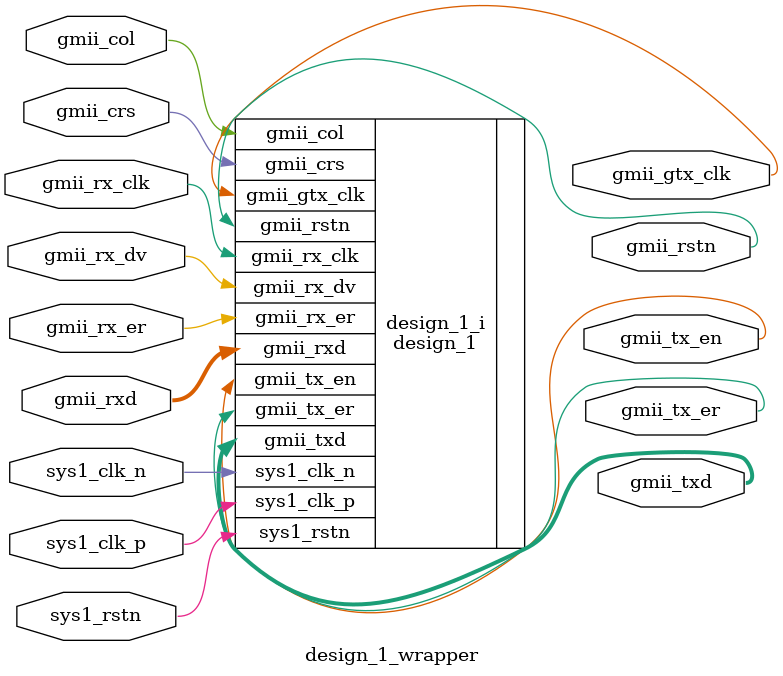
<source format=v>
`timescale 1 ps / 1 ps
module design_1_wrapper
   (gmii_col,
    gmii_crs,
    gmii_gtx_clk,
    gmii_rstn,
    gmii_rx_clk,
    gmii_rx_dv,
    gmii_rx_er,
    gmii_rxd,
    gmii_tx_en,
    gmii_tx_er,
    gmii_txd,
    sys1_clk_n,
    sys1_clk_p,
    sys1_rstn);
  input gmii_col;
  input gmii_crs;
  output gmii_gtx_clk;
  output gmii_rstn;
  input gmii_rx_clk;
  input gmii_rx_dv;
  input gmii_rx_er;
  input [7:0]gmii_rxd;
  output gmii_tx_en;
  output gmii_tx_er;
  output [7:0]gmii_txd;
  input sys1_clk_n;
  input sys1_clk_p;
  input sys1_rstn;

  wire gmii_col;
  wire gmii_crs;
  wire gmii_gtx_clk;
  wire gmii_rstn;
  wire gmii_rx_clk;
  wire gmii_rx_dv;
  wire gmii_rx_er;
  wire [7:0]gmii_rxd;
  wire gmii_tx_en;
  wire gmii_tx_er;
  wire [7:0]gmii_txd;
  wire sys1_clk_n;
  wire sys1_clk_p;
  wire sys1_rstn;

design_1 design_1_i
       (.gmii_col(gmii_col),
        .gmii_crs(gmii_crs),
        .gmii_gtx_clk(gmii_gtx_clk),
        .gmii_rstn(gmii_rstn),
        .gmii_rx_clk(gmii_rx_clk),
        .gmii_rx_dv(gmii_rx_dv),
        .gmii_rx_er(gmii_rx_er),
        .gmii_rxd(gmii_rxd),
        .gmii_tx_en(gmii_tx_en),
        .gmii_tx_er(gmii_tx_er),
        .gmii_txd(gmii_txd),
        .sys1_clk_n(sys1_clk_n),
        .sys1_clk_p(sys1_clk_p),
        .sys1_rstn(sys1_rstn));
endmodule

</source>
